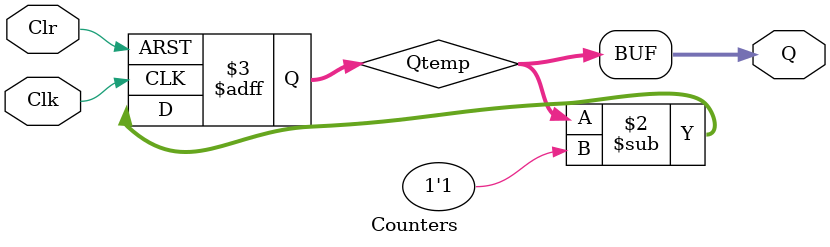
<source format=v>
`timescale 1ns / 1ps
module Counters(Clr, Clk, Q);
//Clr for Async 
//Rst for Sync
	input Clr;
	input Clk;
	output [3:0] Q;
	//Register
	//reg [3:0] Q;
	reg [3:0] Qtemp;
	//Embedded Signal
	
	
	//4-Bit binary Assending binary counter
/*	always @(posedge Clk or posedge Clr)
	begin
		if(Clr)
			Qtemp = 4'b0000;
		else
			Qtemp = Qtemp + 1'b1;
	end
	
	assign Q = Qtemp;*/
	
		//4-Bit binary Assending BCD counter
/*	always @(posedge Clk or posedge Clr)
	begin
		if(Clr)
			Qtemp = 4'b0000;
		else if(Qtemp == 4'b1001)
			Qtemp = 4'b0000;
		else
			Qtemp = Qtemp + 1'b1;
	end
	
	assign Q = Qtemp;*/

	//4-Bit binary Desending Binary counter
	always @(posedge Clk or posedge Clr)
	begin
		if(Clr)
			Qtemp = 4'b1111;
		else
			Qtemp = Qtemp - 1'b1;
	end
	
	assign Q = Qtemp;


endmodule

</source>
